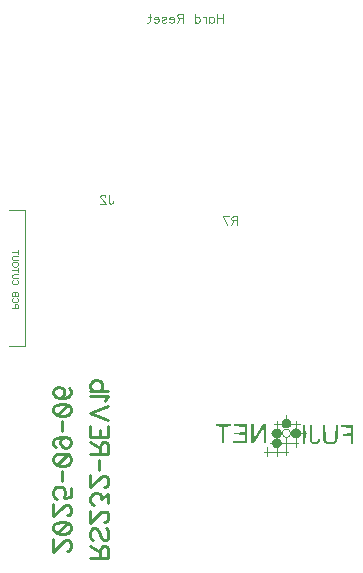
<source format=gbr>
G04 DipTrace 5.1.0.3*
G04 BottomSilk.gbr*
%MOIN*%
G04 #@! TF.FileFunction,Legend,Bot*
G04 #@! TF.Part,Single*
%ADD20C,0.006249*%
%ADD24C,0.003937*%
%ADD100C,0.004632*%
%ADD102C,0.009264*%
%ADD104C,0.003088*%
%FSLAX26Y26*%
G04*
G70*
G90*
G75*
G01*
G04 BotSilk*
%LPD*%
X444085Y1222312D2*
D24*
Y1675068D1*
Y1222312D2*
X392904D1*
X444085Y1675068D2*
X392904D1*
X1285088Y930549D2*
X1263799Y930409D1*
X1361503Y962783D2*
X1275214D1*
X1348094Y970655D2*
Y883332D1*
X1316751Y992745D2*
Y952417D1*
X1284862Y970503D2*
Y854160D1*
X1322639Y867769D2*
X1242239D1*
X1316614Y915123D2*
X1316751Y859814D1*
X1252022Y884982D2*
Y854160D1*
X1261490Y898853D2*
X1356791D1*
X1383063Y930576D2*
X1348322Y930701D1*
G36*
X1348709Y914320D2*
X1346589Y914459D1*
X1344506Y914874D1*
X1342494Y915557D1*
X1340588Y916496D1*
X1338822Y917677D1*
X1337224Y919077D1*
X1335824Y920675D1*
X1334643Y922441D1*
X1333704Y924347D1*
X1333021Y926359D1*
X1332606Y928442D1*
X1332467Y930562D1*
X1332606Y932682D1*
X1333021Y934766D1*
X1333704Y936778D1*
X1334643Y938683D1*
X1335824Y940450D1*
X1337224Y942047D1*
X1338822Y943448D1*
X1340588Y944628D1*
X1342494Y945568D1*
X1344506Y946251D1*
X1346589Y946666D1*
X1348709Y946804D1*
X1348838D1*
X1350958Y946666D1*
X1353042Y946251D1*
X1355054Y945568D1*
X1356959Y944628D1*
X1358726Y943448D1*
X1360323Y942047D1*
X1361724Y940450D1*
X1362904Y938683D1*
X1363844Y936778D1*
X1364527Y934766D1*
X1364941Y932682D1*
X1365080Y930562D1*
X1364941Y928442D1*
X1364527Y926359D1*
X1363844Y924347D1*
X1362904Y922441D1*
X1361724Y920675D1*
X1360323Y919077D1*
X1358726Y917677D1*
X1356959Y916496D1*
X1355054Y915557D1*
X1353042Y914874D1*
X1350958Y914459D1*
X1348838Y914320D1*
X1348709D1*
G37*
G36*
X1284934Y914209D2*
X1282814Y914348D1*
X1280730Y914762D1*
X1278719Y915445D1*
X1276813Y916385D1*
X1275046Y917565D1*
X1273449Y918966D1*
X1272048Y920563D1*
X1270868Y922330D1*
X1269928Y924236D1*
X1269245Y926248D1*
X1268831Y928331D1*
X1268692Y930451D1*
X1268831Y932572D1*
X1269245Y934655D1*
X1269928Y936667D1*
X1270868Y938573D1*
X1272048Y940339D1*
X1273449Y941937D1*
X1275046Y943338D1*
X1276813Y944518D1*
X1278719Y945458D1*
X1280730Y946141D1*
X1282814Y946555D1*
X1284934Y946694D1*
X1285016D1*
X1287136Y946555D1*
X1289220Y946141D1*
X1291232Y945458D1*
X1293137Y944518D1*
X1294904Y943338D1*
X1296501Y941937D1*
X1297902Y940339D1*
X1299082Y938573D1*
X1300022Y936667D1*
X1300705Y934655D1*
X1301120Y932572D1*
X1301259Y930451D1*
X1301120Y928331D1*
X1300705Y926248D1*
X1300022Y924236D1*
X1299082Y922330D1*
X1297902Y920563D1*
X1296501Y918966D1*
X1294904Y917565D1*
X1293137Y916385D1*
X1291232Y915445D1*
X1289220Y914762D1*
X1287136Y914348D1*
X1285016Y914209D1*
X1284934D1*
G37*
G36*
X1316776Y946667D2*
X1314656Y946806D1*
X1312572Y947220D1*
X1310561Y947903D1*
X1308655Y948843D1*
X1306889Y950023D1*
X1305291Y951424D1*
X1303890Y953021D1*
X1302710Y954788D1*
X1301770Y956693D1*
X1301088Y958705D1*
X1300673Y960789D1*
X1300534Y962909D1*
X1300673Y965029D1*
X1301088Y967113D1*
X1301770Y969124D1*
X1302710Y971030D1*
X1303891Y972796D1*
X1305291Y974394D1*
X1306889Y975795D1*
X1308655Y976975D1*
X1310561Y977915D1*
X1312572Y978597D1*
X1314656Y979012D1*
X1316776Y979151D1*
X1316860D1*
X1318980Y979012D1*
X1321064Y978597D1*
X1323076Y977915D1*
X1324981Y976975D1*
X1326748Y975795D1*
X1328345Y974394D1*
X1329746Y972796D1*
X1330926Y971030D1*
X1331866Y969124D1*
X1332549Y967113D1*
X1332963Y965029D1*
X1333102Y962909D1*
X1332963Y960789D1*
X1332549Y958705D1*
X1331866Y956693D1*
X1330926Y954788D1*
X1329746Y953021D1*
X1328345Y951424D1*
X1326748Y950023D1*
X1324981Y948843D1*
X1323076Y947903D1*
X1321064Y947220D1*
X1318980Y946806D1*
X1316860Y946667D1*
X1316776D1*
G37*
G36*
X1285024Y881919D2*
X1282904Y882058D1*
X1280821Y882472D1*
X1278809Y883155D1*
X1276903Y884095D1*
X1275137Y885275D1*
X1273539Y886676D1*
X1272139Y888273D1*
X1270958Y890040D1*
X1270019Y891945D1*
X1269336Y893957D1*
X1268921Y896041D1*
X1268782Y898161D1*
X1268921Y900281D1*
X1269336Y902365D1*
X1270019Y904376D1*
X1270958Y906282D1*
X1272139Y908048D1*
X1273539Y909646D1*
X1275137Y911047D1*
X1276903Y912227D1*
X1278809Y913167D1*
X1280821Y913849D1*
X1282904Y914264D1*
X1285024Y914403D1*
X1285107D1*
X1287227Y914264D1*
X1289311Y913849D1*
X1291323Y913167D1*
X1293228Y912227D1*
X1294995Y911047D1*
X1296592Y909646D1*
X1297993Y908048D1*
X1299173Y906282D1*
X1300113Y904376D1*
X1300796Y902365D1*
X1301210Y900281D1*
X1301349Y898161D1*
X1301210Y896041D1*
X1300796Y893957D1*
X1300113Y891945D1*
X1299173Y890040D1*
X1297993Y888273D1*
X1296592Y886676D1*
X1294995Y885275D1*
X1293228Y884095D1*
X1291323Y883155D1*
X1289311Y882472D1*
X1287227Y882058D1*
X1285107Y881919D1*
X1285024D1*
G37*
X1303071Y931005D2*
D24*
Y930494D1*
G03X1330791Y930494I13860J0D01*
G01*
Y931005D1*
G03X1303071Y931005I-13860J0D01*
G01*
X1378261Y936924D2*
Y919974D1*
D20*
X1192545Y1605388D3*
G36*
X1082816Y960002D2*
Y953702D1*
X1103288Y952915D1*
Y897797D1*
X1110375D1*
Y952915D1*
X1130848Y953702D1*
Y960002D1*
X1082816D1*
G37*
G36*
X1141084D2*
Y953702D1*
X1177304Y952915D1*
Y934017D1*
X1143446Y933230D1*
Y926931D1*
X1177304Y926143D1*
Y904884D1*
X1139509Y904096D1*
Y897797D1*
X1185178D1*
Y960002D1*
X1141084D1*
G37*
G36*
X1200139D2*
Y897797D1*
X1208013D1*
X1239509Y945041D1*
X1239638Y945650D1*
X1240120Y946295D1*
X1240509Y946277D1*
X1241084Y945828D1*
Y897797D1*
X1248170D1*
Y960002D1*
X1240296D1*
X1208800Y912758D1*
X1208600Y911829D1*
X1207967Y911110D1*
X1207559Y911243D1*
X1207225Y911970D1*
Y960002D1*
X1200139D1*
G37*
G36*
X1371792Y956852D2*
Y894647D1*
X1378879D1*
Y956852D1*
X1371792D1*
G37*
G36*
X1394627D2*
Y915120D1*
X1395414Y906458D1*
X1396202Y903309D1*
X1397777Y900159D1*
X1400926Y897010D1*
X1403288Y895435D1*
X1405651Y894647D1*
X1408800Y893860D1*
X1415887D1*
X1419037Y894647D1*
X1422186Y896222D1*
X1426123Y900159D1*
X1427698Y903309D1*
X1428485Y905671D1*
Y911970D1*
X1423761Y912758D1*
X1422186D1*
X1421399Y908821D1*
X1420611Y905671D1*
X1419824Y904096D1*
X1419565Y903141D1*
X1419037Y902521D1*
X1415887Y900947D1*
X1413525Y900159D1*
X1411162D1*
X1408800Y900947D1*
X1405651Y902521D1*
X1403288Y904884D1*
Y906458D1*
X1402501Y956852D1*
X1394627D1*
G37*
G36*
X1439509D2*
Y911970D1*
X1440296Y908033D1*
X1441084Y905671D1*
X1441871Y904096D1*
X1443446Y901734D1*
X1446596Y898584D1*
X1448958Y897010D1*
X1452107Y895435D1*
X1454470Y894647D1*
X1458407Y893860D1*
X1468643D1*
X1472580Y894647D1*
X1474942Y895435D1*
X1478092Y897010D1*
X1480454Y898584D1*
X1482816Y900947D1*
X1484391Y903309D1*
X1485178Y904884D1*
X1486753Y909608D1*
X1487540Y915120D1*
Y956852D1*
X1480454D1*
X1479666Y919057D1*
X1478879Y911183D1*
X1478092Y908821D1*
X1477304Y907246D1*
Y906458D1*
X1475729Y904884D1*
X1474155Y904096D1*
X1473367Y903309D1*
X1471792Y902521D1*
X1468643Y901734D1*
X1465231Y900947D1*
X1461819D1*
X1458407Y901734D1*
X1455257Y902521D1*
X1452107Y904096D1*
X1448958Y907246D1*
Y908033D1*
X1448170Y910395D1*
X1447383Y914332D1*
X1446596Y956852D1*
X1439509D1*
G37*
G36*
X1499351D2*
Y950553D1*
X1533210Y949765D1*
Y930080D1*
X1504076Y929293D1*
Y922994D1*
X1533210Y922206D1*
Y894647D1*
X1540296D1*
Y956852D1*
X1499351D1*
G37*
X694673Y515170D2*
D102*
Y540970D1*
X697591Y549592D1*
X700443Y552510D1*
X706147Y555362D1*
X711917D1*
X717621Y552510D1*
X720539Y549592D1*
X723391Y540970D1*
Y515170D1*
X663103D1*
X694673Y535266D2*
X663103Y555362D1*
X714769Y614081D2*
X720539Y608377D1*
X723391Y599755D1*
Y588281D1*
X720539Y579659D1*
X714769Y573889D1*
X709065D1*
X703295Y576807D1*
X700443Y579659D1*
X697591Y585363D1*
X691821Y602607D1*
X688969Y608377D1*
X686051Y611229D1*
X680347Y614081D1*
X671725D1*
X666021Y608377D1*
X663103Y599755D1*
Y588281D1*
X666021Y579659D1*
X671725Y573889D1*
X708999Y635526D2*
X711851D1*
X717621Y638378D1*
X720473Y641230D1*
X723325Y647000D1*
Y658474D1*
X720473Y664178D1*
X717621Y667030D1*
X711851Y669948D1*
X706147D1*
X700377Y667030D1*
X691821Y661326D1*
X663103Y632608D1*
Y672800D1*
X723325Y697097D2*
Y728601D1*
X700377Y711423D1*
Y720045D1*
X697525Y725749D1*
X694673Y728601D1*
X686051Y731519D1*
X680347D1*
X671725Y728601D1*
X665955Y722897D1*
X663103Y714275D1*
Y705653D1*
X665955Y697097D1*
X668873Y694245D1*
X674577Y691327D1*
X708999Y752965D2*
X711851D1*
X717621Y755816D1*
X720473Y758668D1*
X723325Y764439D1*
Y775912D1*
X720473Y781616D1*
X717621Y784468D1*
X711851Y787386D1*
X706147D1*
X700377Y784468D1*
X691821Y778764D1*
X663103Y750046D1*
Y790238D1*
X693214Y808765D2*
Y841927D1*
X694673Y860454D2*
Y886254D1*
X697591Y894876D1*
X700443Y897794D1*
X706147Y900646D1*
X711917D1*
X717621Y897794D1*
X720539Y894876D1*
X723391Y886254D1*
Y860454D1*
X663103D1*
X694673Y880550D2*
X663103Y900646D1*
X723391Y956447D2*
Y919173D1*
X663103D1*
Y956447D1*
X694673Y919173D2*
Y942121D1*
X723391Y974974D2*
X663103Y997922D1*
X723391Y1020870D1*
X711851Y1039397D2*
X714769Y1045167D1*
X723325Y1053789D1*
X663103D1*
X723391Y1072316D2*
X663103D1*
X694673D2*
X700443Y1078087D1*
X703295Y1083790D1*
Y1092412D1*
X700443Y1098116D1*
X694673Y1103886D1*
X686051Y1106738D1*
X680347D1*
X671725Y1103886D1*
X666021Y1098116D1*
X663103Y1092412D1*
Y1083790D1*
X666021Y1078087D1*
X671725Y1072316D1*
X585540Y539456D2*
X588391D1*
X594162Y542308D1*
X597013Y545160D1*
X599865Y550930D1*
Y562404D1*
X597013Y568108D1*
X594162Y570960D1*
X588391Y573878D1*
X582688D1*
X576917Y570960D1*
X568362Y565256D1*
X539644Y536538D1*
Y576730D1*
X599865Y612501D2*
X597013Y603879D1*
X588391Y598109D1*
X574066Y595257D1*
X565444D1*
X551118Y598109D1*
X542496Y603879D1*
X539644Y612501D1*
Y618205D1*
X542496Y626827D1*
X551118Y632531D1*
X565444Y635449D1*
X574066D1*
X588391Y632531D1*
X597013Y626827D1*
X599865Y618205D1*
Y612501D1*
X588391Y632531D2*
X551118Y598109D1*
X585540Y656894D2*
X588391D1*
X594162Y659746D1*
X597013Y662598D1*
X599865Y668368D1*
Y679842D1*
X597013Y685546D1*
X594162Y688398D1*
X588391Y691316D1*
X582688D1*
X576917Y688398D1*
X568362Y682694D1*
X539644Y653976D1*
Y694168D1*
X599865Y747117D2*
Y718465D1*
X574066Y715613D1*
X576917Y718465D1*
X579836Y727087D1*
Y735643D1*
X576917Y744265D1*
X571214Y750035D1*
X562592Y752887D1*
X556888D1*
X548266Y750035D1*
X542496Y744265D1*
X539644Y735643D1*
Y727087D1*
X542496Y718465D1*
X545414Y715613D1*
X551118Y712695D1*
X569755Y771414D2*
Y804576D1*
X599865Y840347D2*
X597013Y831725D1*
X588391Y825955D1*
X574066Y823103D1*
X565444D1*
X551118Y825955D1*
X542496Y831725D1*
X539644Y840347D1*
Y846051D1*
X542496Y854673D1*
X551118Y860377D1*
X565444Y863295D1*
X574066D1*
X588391Y860377D1*
X597013Y854673D1*
X599865Y846051D1*
Y840347D1*
X588391Y860377D2*
X551118Y825955D1*
X579836Y919162D2*
X571214Y916244D1*
X565444Y910540D1*
X562592Y901918D1*
Y899066D1*
X565444Y890444D1*
X571214Y884740D1*
X579836Y881822D1*
X582688D1*
X591310Y884740D1*
X597013Y890444D1*
X599865Y899066D1*
Y901918D1*
X597013Y910540D1*
X591310Y916244D1*
X579836Y919162D1*
X565444D1*
X551118Y916244D1*
X542496Y910540D1*
X539644Y901918D1*
Y896214D1*
X542496Y887592D1*
X548266Y884740D1*
X569755Y937689D2*
Y970851D1*
X599865Y1006622D2*
X597013Y998000D1*
X588391Y992230D1*
X574066Y989378D1*
X565444D1*
X551118Y992230D1*
X542496Y998000D1*
X539644Y1006622D1*
Y1012326D1*
X542496Y1020948D1*
X551118Y1026652D1*
X565444Y1029570D1*
X574066D1*
X588391Y1026652D1*
X597013Y1020948D1*
X599865Y1012326D1*
Y1006622D1*
X588391Y1026652D2*
X551118Y992230D1*
X591310Y1082519D2*
X597013Y1079667D1*
X599865Y1071045D1*
Y1065341D1*
X597013Y1056719D1*
X588391Y1050949D1*
X574066Y1048097D1*
X559740D1*
X548266Y1050949D1*
X542496Y1056719D1*
X539644Y1065341D1*
Y1068193D1*
X542496Y1076749D1*
X548266Y1082519D1*
X556888Y1085371D1*
X559740D1*
X568362Y1082519D1*
X574066Y1076749D1*
X576917Y1068193D1*
Y1065341D1*
X574066Y1056719D1*
X568362Y1050949D1*
X559740Y1048097D1*
X411670Y1347872D2*
D104*
Y1356494D1*
X412620Y1359346D1*
X413593Y1360319D1*
X415494Y1361269D1*
X418368D1*
X420270Y1360319D1*
X421242Y1359346D1*
X422193Y1356494D1*
Y1347872D1*
X402097D1*
X417418Y1381793D2*
X419319Y1380842D1*
X421242Y1378919D1*
X422193Y1377018D1*
Y1373193D1*
X421242Y1371270D1*
X419319Y1369368D1*
X417418Y1368396D1*
X414544Y1367445D1*
X409746D1*
X406894Y1368396D1*
X404971Y1369368D1*
X403070Y1371270D1*
X402097Y1373193D1*
Y1377018D1*
X403070Y1378919D1*
X404971Y1380842D1*
X406894Y1381793D1*
X422193Y1387969D2*
X402097D1*
Y1396591D1*
X403070Y1399465D1*
X404020Y1400415D1*
X405922Y1401366D1*
X408796D1*
X410719Y1400415D1*
X411670Y1399465D1*
X412620Y1396591D1*
X413593Y1399465D1*
X414544Y1400415D1*
X416445Y1401366D1*
X418368D1*
X420270Y1400415D1*
X421242Y1399465D1*
X422193Y1396591D1*
Y1387969D1*
X412620D2*
Y1396591D1*
X417418Y1441330D2*
X419319Y1440379D1*
X421242Y1438456D1*
X422193Y1436555D1*
Y1432730D1*
X421242Y1430807D1*
X419319Y1428906D1*
X417418Y1427933D1*
X414544Y1426982D1*
X409746D1*
X406894Y1427933D1*
X404971Y1428906D1*
X403070Y1430807D1*
X402097Y1432730D1*
Y1436555D1*
X403070Y1438456D1*
X404971Y1440379D1*
X406894Y1441330D1*
X422193Y1447506D2*
X407845D1*
X404971Y1448456D1*
X403070Y1450380D1*
X402097Y1453254D1*
Y1455155D1*
X403070Y1458029D1*
X404971Y1459953D1*
X407845Y1460903D1*
X422193D1*
Y1473778D2*
X402097D1*
X422193Y1467079D2*
Y1480476D1*
Y1492400D2*
X421242Y1490477D1*
X419319Y1488575D1*
X417418Y1487603D1*
X414544Y1486652D1*
X409746D1*
X406894Y1487603D1*
X404971Y1488575D1*
X403070Y1490477D1*
X402097Y1492400D1*
Y1496225D1*
X403070Y1498126D1*
X404971Y1500049D1*
X406894Y1501000D1*
X409746Y1501950D1*
X414544D1*
X417418Y1501000D1*
X419319Y1500049D1*
X421242Y1498126D1*
X422193Y1496225D1*
Y1492400D1*
Y1508126D2*
X407845D1*
X404971Y1509077D1*
X403070Y1511000D1*
X402097Y1513874D1*
Y1515775D1*
X403070Y1518649D1*
X404971Y1520573D1*
X407845Y1521524D1*
X422193D1*
Y1534398D2*
X402097D1*
X422193Y1527699D2*
Y1541097D1*
X724223Y1725892D2*
D100*
Y1702944D1*
X725649Y1698633D1*
X727108Y1697207D1*
X729960Y1695748D1*
X732845D1*
X735697Y1697207D1*
X737123Y1698633D1*
X738582Y1702944D1*
Y1705796D1*
X713501Y1718696D2*
Y1720122D1*
X712075Y1723007D1*
X710649Y1724433D1*
X707764Y1725859D1*
X702027D1*
X699175Y1724433D1*
X697749Y1723007D1*
X696290Y1720122D1*
Y1717270D1*
X697749Y1714385D1*
X700601Y1710107D1*
X714960Y1695748D1*
X694864D1*
X1153442Y1640112D2*
X1140542D1*
X1136231Y1641571D1*
X1134772Y1642997D1*
X1133346Y1645849D1*
Y1648734D1*
X1134772Y1651586D1*
X1136231Y1653045D1*
X1140542Y1654471D1*
X1153442D1*
X1153443Y1624327D1*
X1143394Y1640112D2*
X1133347Y1624327D1*
X1118346Y1624326D2*
X1103986Y1654437D1*
X1124082D1*
X1104768Y2329120D2*
Y2298976D1*
X1084672Y2329120D2*
Y2298976D1*
X1104768Y2314761D2*
X1084672D1*
X1058197Y2319072D2*
Y2298976D1*
Y2314761D2*
X1061049Y2317646D1*
X1063934Y2319072D1*
X1068212D1*
X1071097Y2317646D1*
X1073949Y2314761D1*
X1075408Y2310450D1*
Y2307598D1*
X1073949Y2303287D1*
X1071097Y2300435D1*
X1068212Y2298976D1*
X1063934D1*
X1061049Y2300435D1*
X1058197Y2303287D1*
X1048934Y2319072D2*
Y2298976D1*
Y2310450D2*
X1047475Y2314761D1*
X1044623Y2317646D1*
X1041738Y2319072D1*
X1037427D1*
X1010952Y2329120D2*
Y2298976D1*
Y2314761D2*
X1013804Y2317646D1*
X1016689Y2319072D1*
X1021000D1*
X1023852Y2317646D1*
X1026737Y2314761D1*
X1028163Y2310450D1*
Y2307598D1*
X1026737Y2303287D1*
X1023852Y2300435D1*
X1021000Y2298976D1*
X1016689D1*
X1013804Y2300435D1*
X1010952Y2303287D1*
X972528Y2314761D2*
X959628D1*
X955317Y2316220D1*
X953858Y2317646D1*
X952432Y2320498D1*
Y2323383D1*
X953858Y2326235D1*
X955317Y2327694D1*
X959628Y2329120D1*
X972528D1*
Y2298976D1*
X962480Y2314761D2*
X952432Y2298976D1*
X943168Y2310450D2*
X925957D1*
Y2313335D1*
X927383Y2316220D1*
X928809Y2317646D1*
X931694Y2319072D1*
X936005D1*
X938857Y2317646D1*
X941742Y2314761D1*
X943168Y2310450D1*
Y2307598D1*
X941742Y2303287D1*
X938857Y2300435D1*
X936005Y2298976D1*
X931694D1*
X928809Y2300435D1*
X925957Y2303287D1*
X900909Y2314761D2*
X902335Y2317646D1*
X906646Y2319072D1*
X910957D1*
X915268Y2317646D1*
X916694Y2314761D1*
X915268Y2311909D1*
X912383Y2310450D1*
X905220Y2309024D1*
X902335Y2307598D1*
X900909Y2304713D1*
Y2303287D1*
X902335Y2300435D1*
X906646Y2298976D1*
X910957D1*
X915268Y2300435D1*
X916694Y2303287D1*
X891645Y2310450D2*
X874434D1*
Y2313335D1*
X875860Y2316220D1*
X877286Y2317646D1*
X880171Y2319072D1*
X884482D1*
X887334Y2317646D1*
X890219Y2314761D1*
X891645Y2310450D1*
Y2307598D1*
X890219Y2303287D1*
X887334Y2300435D1*
X884482Y2298976D1*
X880171D1*
X877286Y2300435D1*
X874434Y2303287D1*
X860860Y2329120D2*
Y2304713D1*
X859434Y2300435D1*
X856549Y2298976D1*
X853697D1*
X865171Y2319072D2*
X855123D1*
M02*

</source>
